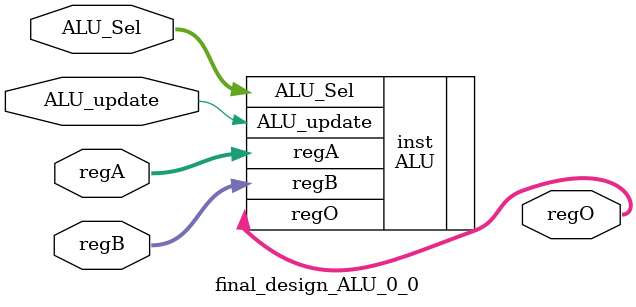
<source format=v>



// IP VLNV: xilinx.com:module_ref:ALU:1.0
// IP Revision: 1

`timescale 1ns/1ps

(* IP_DEFINITION_SOURCE = "module_ref" *)
(* DowngradeIPIdentifiedWarnings = "yes" *)
module final_design_ALU_0_0 (
  regA,
  regB,
  ALU_Sel,
  ALU_update,
  regO
);

input wire [7 : 0] regA;
input wire [7 : 0] regB;
input wire [3 : 0] ALU_Sel;
input wire ALU_update;
output wire [7 : 0] regO;

  ALU inst (
    .regA(regA),
    .regB(regB),
    .ALU_Sel(ALU_Sel),
    .ALU_update(ALU_update),
    .regO(regO)
  );
endmodule

</source>
